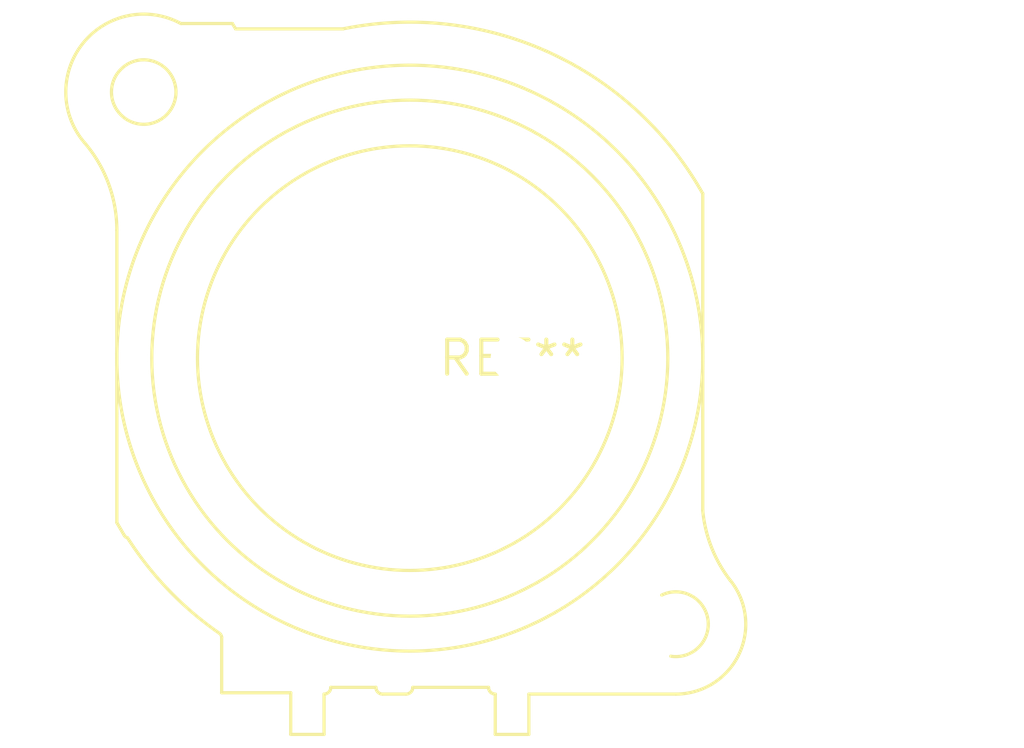
<source format=kicad_pcb>
(kicad_pcb (version 20240108) (generator pcbnew)
  (layers (0 "F.Cu" signal) (31 "B.Cu" signal) (34 "B.Paste" user) (35 "F.Paste" user) (36 "B.SilkS" user "B.Silkscreen") (37 "F.SilkS" user "F.Silkscreen") (38 "B.Mask" user) (39 "F.Mask" user) (44 "Edge.Cuts" user))
  (net 0 "")
  (footprint "Jack_XLR_Neutrik_NC3FBV2-DA_Vertical" (layer "F.Cu") (at 0 0)
    (property "Reference" "REF**")
    (property "Value" "Jack_XLR_Neutrik_NC3FBV2-DA_Vertical")
    (fp_line (start -14.71 -4.76) (end -14.71 6.12) (layer "F.SilkS") (stroke (width 0.12)))
    (fp_line (start -14.71 6.12) (end -14.43 6.6) (layer "F.SilkS") (stroke (width 0.12)))
    (fp_line (start -10.81 10.39) (end -10.81 12.45) (layer "F.SilkS") (stroke (width 0.12)))
    (fp_line (start -10.81 12.45) (end -8.24 12.45) (layer "F.SilkS") (stroke (width 0.12)))
    (fp_line (start -10.41 -12.45) (end -12.33 -12.45) (layer "F.SilkS") (stroke (width 0.12)))
    (fp_line (start -10.29 -12.25) (end -10.41 -12.45) (layer "F.SilkS") (stroke (width 0.12)))
    (fp_line (start -8.24 12.45) (end -8.24 14) (layer "F.SilkS") (stroke (width 0.12)))
    (fp_line (start -7 14) (end -8.24 14) (layer "F.SilkS") (stroke (width 0.12)))
    (fp_line (start -7 14) (end -7 12.5) (layer "F.SilkS") (stroke (width 0.12)))
    (fp_line (start -6.75 12.25) (end -5.07 12.25) (layer "F.SilkS") (stroke (width 0.12)))
    (fp_line (start -6.3 -12.25) (end -10.29 -12.25) (layer "F.SilkS") (stroke (width 0.12)))
    (fp_line (start -4.82 12.5) (end -3.95 12.5) (layer "F.SilkS") (stroke (width 0.12)))
    (fp_line (start -3.7 12.25) (end -0.88 12.25) (layer "F.SilkS") (stroke (width 0.12)))
    (fp_line (start -0.63 12.5) (end -0.63 14) (layer "F.SilkS") (stroke (width 0.12)))
    (fp_line (start 0.62 12.5) (end 6.09 12.5) (layer "F.SilkS") (stroke (width 0.12)))
    (fp_line (start 0.62 14) (end -0.63 14) (layer "F.SilkS") (stroke (width 0.12)))
    (fp_line (start 0.62 14) (end 0.62 12.5) (layer "F.SilkS") (stroke (width 0.12)))
    (fp_line (start 7.09 5.67) (end 7.09 -6.12) (layer "F.SilkS") (stroke (width 0.12)))
    (fp_arc (start -15.916051 -8.020379) (mid -15.021177 -6.498148) (end -14.71 -4.76) (layer "F.SilkS") (stroke (width 0.12)))
    (fp_arc (start -15.908884 -8.010077) (mid -15.967404 -11.719623) (end -12.33 -12.45) (layer "F.SilkS") (stroke (width 0.12)))
    (fp_arc (start -14.313753 6.685219) (mid -14.379716 6.653303) (end -14.43 6.6) (layer "F.SilkS") (stroke (width 0.12)))
    (fp_arc (start -10.879208 10.248532) (mid -12.772983 8.641241) (end -14.31 6.69) (layer "F.SilkS") (stroke (width 0.12)))
    (fp_arc (start -10.874359 10.252686) (mid -10.828679 10.315015) (end -10.81 10.39) (layer "F.SilkS") (stroke (width 0.12)))
    (fp_arc (start -6.75 12.25) (mid -6.823223 12.426777) (end -7 12.5) (layer "F.SilkS") (stroke (width 0.12)))
    (fp_arc (start -6.283571 -12.253402) (mid 1.401126 -11.362596) (end 7.09 -6.12) (layer "F.SilkS") (stroke (width 0.12)))
    (fp_arc (start -4.82 12.5) (mid -4.996777 12.426777) (end -5.07 12.25) (layer "F.SilkS") (stroke (width 0.12)))
    (fp_arc (start -3.7 12.25) (mid -3.773223 12.426777) (end -3.95 12.5) (layer "F.SilkS") (stroke (width 0.12)))
    (fp_arc (start -0.63 12.5) (mid -0.806777 12.426777) (end -0.88 12.25) (layer "F.SilkS") (stroke (width 0.12)))
    (fp_arc (start 5.563083 8.81623) (mid 7.282057 9.723366) (end 5.9 11.09) (layer "F.SilkS") (stroke (width 0.12)))
    (fp_arc (start 8.110579 8.263767) (mid 8.436721 11.019329) (end 6.09 12.5) (layer "F.SilkS") (stroke (width 0.12)))
    (fp_arc (start 8.111727 8.266808) (mid 7.416073 7.041111) (end 7.09 5.67) (layer "F.SilkS") (stroke (width 0.12)))
    (fp_circle (center -13.71 -9.9) (end -12.51 -9.9) (layer "F.SilkS") (stroke (width 0.12)) (fill none))
    (fp_circle (center -3.81 0) (end 4.09 0) (layer "F.SilkS") (stroke (width 0.12)) (fill none))
    (fp_circle (center -3.81 0) (end 5.79 0) (layer "F.SilkS") (stroke (width 0.12)) (fill none))
    (fp_circle (center -3.81 0) (end 7.09 0) (layer "F.SilkS") (stroke (width 0.12)) (fill none))
    (pad "1" thru_hole circle (at 0 0) (size 3.4 3.4) (drill 1.6) (layers *.Cu *.Mask) (remove_unused_layers))
    (pad "2" thru_hole circle (at -7.62 0) (size 3.4 3.4) (drill 1.6) (layers *.Cu *.Mask) (remove_unused_layers))
    (pad "3" thru_hole circle (at -3.81 4.45) (size 2.9 2.9) (drill 1.2) (layers *.Cu *.Mask) (remove_unused_layers))
    (pad "G" thru_hole circle (at 4.44 10.16) (size 2.9 2.9) (drill 1.2) (layers *.Cu *.Mask) (remove_unused_layers))
  )
)
</source>
